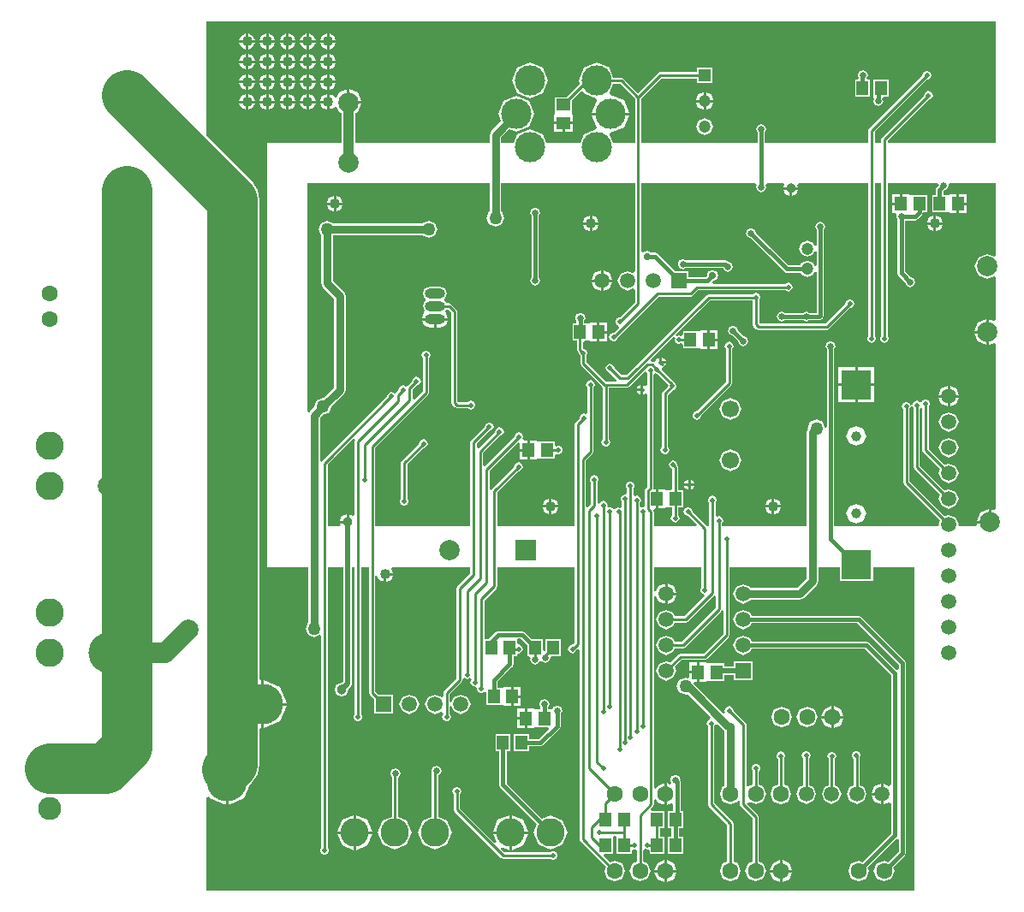
<source format=gbl>
%FSLAX25Y25*%
%MOIN*%
G70*
G01*
G75*
G04 Layer_Physical_Order=2*
G04 Layer_Color=16711680*
%ADD10R,0.07874X0.03937*%
%ADD11C,0.03937*%
%ADD12O,0.02756X0.09843*%
%ADD13R,0.03248X0.01181*%
%ADD14R,0.01181X0.03248*%
%ADD15R,0.04724X0.05512*%
%ADD16R,0.04528X0.02362*%
%ADD17R,0.20276X0.09252*%
%ADD18R,0.05512X0.04724*%
%ADD19R,0.02362X0.04528*%
%ADD20R,0.11221X0.08465*%
%ADD21R,0.08465X0.11221*%
%ADD22R,0.04134X0.09449*%
%ADD23R,0.41929X0.35039*%
%ADD24R,0.12992X0.09449*%
%ADD25R,0.03937X0.09449*%
%ADD26O,0.08858X0.02362*%
%ADD27R,0.09449X0.04134*%
%ADD28R,0.35039X0.41929*%
%ADD29R,0.06693X0.06693*%
%ADD30O,0.00984X0.06102*%
%ADD31O,0.06102X0.00984*%
%ADD32C,0.01500*%
%ADD33C,0.03000*%
%ADD34C,0.03937*%
%ADD35C,0.01000*%
%ADD36C,0.02000*%
%ADD37C,0.07874*%
%ADD38C,0.11811*%
%ADD39C,0.11811*%
%ADD40C,0.04724*%
%ADD41C,0.05906*%
%ADD42R,0.05906X0.05906*%
%ADD43C,0.11000*%
%ADD44C,0.06299*%
%ADD45C,0.15748*%
%ADD46R,0.04724X0.04724*%
%ADD47R,0.07874X0.07874*%
%ADD48C,0.07874*%
%ADD49O,0.07874X0.03937*%
%ADD50O,0.07874X0.03937*%
%ADD51C,0.06693*%
%ADD52C,0.09000*%
%ADD53C,0.02000*%
%ADD54C,0.03800*%
%ADD55C,0.02500*%
%ADD56C,0.05000*%
%ADD57C,0.02800*%
%ADD58C,0.04000*%
%ADD59R,0.11811X0.11811*%
%ADD60C,0.19685*%
G36*
X239048Y333075D02*
X238809Y332500D01*
Y303675D01*
X238009Y303307D01*
X236500Y303932D01*
Y301000D01*
X236000D01*
Y300500D01*
X233068D01*
X233326Y299878D01*
X232881Y299213D01*
X228191D01*
Y323349D01*
X238369Y333528D01*
X239048Y333075D01*
D02*
G37*
G36*
X488189Y404900D02*
X487524Y404456D01*
X485000Y405501D01*
X481528Y404063D01*
X480089Y400591D01*
X481528Y397118D01*
X485000Y395680D01*
X487524Y396725D01*
X488189Y396281D01*
Y379743D01*
X487524Y379298D01*
X485500Y380137D01*
Y375000D01*
Y369863D01*
X487524Y370702D01*
X488189Y370257D01*
Y306157D01*
X487524Y305713D01*
X486500Y306137D01*
Y301000D01*
X486000D01*
Y300500D01*
X480863D01*
X481121Y299878D01*
X480677Y299213D01*
X474239D01*
X473795Y299878D01*
X473845Y300000D01*
X472719Y302719D01*
X470000Y303846D01*
X468471Y303212D01*
X454691Y316993D01*
Y344761D01*
X454725Y344775D01*
X455115Y345719D01*
X455115D01*
D01*
X455808Y345978D01*
X455860Y345988D01*
X455910Y345999D01*
X455958Y346008D01*
X455971Y346010D01*
X456022Y345888D01*
Y345888D01*
X456275Y345275D01*
X456309Y345261D01*
Y322500D01*
X456658Y321658D01*
X466788Y311528D01*
X466154Y310000D01*
X467281Y307281D01*
X470000Y306154D01*
X472719Y307281D01*
X473845Y310000D01*
X472719Y312719D01*
X470000Y313845D01*
X468471Y313212D01*
X458691Y322993D01*
Y344948D01*
X459314Y345234D01*
X459566Y345216D01*
X459809Y344981D01*
Y329000D01*
X460158Y328158D01*
X466788Y321529D01*
X466154Y320000D01*
X467281Y317281D01*
X470000Y316155D01*
X472719Y317281D01*
X473845Y320000D01*
X472719Y322719D01*
X470000Y323846D01*
X468471Y323212D01*
X462191Y329493D01*
Y345761D01*
X462225Y345775D01*
X462732Y347000D01*
X462225Y348225D01*
X461000Y348732D01*
X459775Y348225D01*
X459579Y347751D01*
X458725Y347725D01*
X458725D01*
X458706Y347732D01*
X457500Y348232D01*
X456275Y347725D01*
X455885Y346781D01*
X455885D01*
D01*
X455192Y346522D01*
X455140Y346512D01*
X455090Y346501D01*
X455042Y346492D01*
X455029Y346490D01*
X454978Y346612D01*
Y346612D01*
X454725Y347225D01*
X453500Y347732D01*
X452275Y347225D01*
X451768Y346000D01*
X452275Y344775D01*
X452309Y344761D01*
Y316500D01*
X452658Y315658D01*
X466788Y301529D01*
X466154Y300000D01*
X466205Y299878D01*
X465761Y299213D01*
X425461D01*
Y368193D01*
X426002Y369500D01*
X425416Y370916D01*
X424000Y371502D01*
X422584Y370916D01*
X421998Y369500D01*
X422539Y368193D01*
Y337941D01*
X421739Y337782D01*
X420873Y339873D01*
X418500Y340855D01*
X416127Y339873D01*
X415145Y337500D01*
X415246Y337254D01*
X414727Y336000D01*
Y299213D01*
X381691D01*
Y300261D01*
X381725Y300275D01*
X382232Y301500D01*
X381725Y302725D01*
X380500Y303232D01*
X379991Y303021D01*
X379191Y303555D01*
Y308261D01*
X379225Y308275D01*
X379732Y309500D01*
X379225Y310725D01*
X378000Y311232D01*
X376775Y310725D01*
X376268Y309500D01*
X376775Y308275D01*
X376809Y308261D01*
Y299213D01*
X375896D01*
X375842Y299342D01*
X370218Y304966D01*
X370232Y305000D01*
X369725Y306225D01*
X368500Y306732D01*
X367275Y306225D01*
X366768Y305000D01*
X367275Y303775D01*
X368500Y303268D01*
X368534Y303282D01*
X371865Y299952D01*
X371558Y299213D01*
X355283D01*
Y305047D01*
X355118Y305444D01*
X355624Y306244D01*
X355957D01*
Y310000D01*
Y313756D01*
X355262D01*
X355049Y314075D01*
Y358482D01*
X355792Y359040D01*
X356485Y358753D01*
X356519Y358767D01*
X360861Y354425D01*
X360626Y353858D01*
X360641Y353824D01*
X358658Y351842D01*
X358309Y351000D01*
Y330239D01*
X358275Y330225D01*
X357768Y329000D01*
X358275Y327775D01*
X359500Y327268D01*
X360725Y327775D01*
X361232Y329000D01*
X360725Y330225D01*
X360691Y330239D01*
Y350507D01*
X362324Y352140D01*
X362358Y352126D01*
X363583Y352634D01*
X364090Y353858D01*
X363583Y355083D01*
X363306Y355197D01*
X363200Y355453D01*
X358412Y360242D01*
X358481Y361136D01*
X359457Y361541D01*
X359884Y362571D01*
X357927D01*
Y363071D01*
X357427D01*
Y365029D01*
X356396Y364602D01*
X356021Y363697D01*
X356010Y363681D01*
X355023Y363310D01*
X354728Y363432D01*
X354161D01*
X353855Y364172D01*
X362910Y373226D01*
X363589Y372773D01*
X363268Y372000D01*
X363775Y370775D01*
X365000Y370268D01*
X365694Y370556D01*
X366494Y370021D01*
Y368644D01*
X372381D01*
X372419Y368644D01*
X373181Y368553D01*
Y368244D01*
X376043D01*
Y372000D01*
Y375756D01*
X373181D01*
Y375447D01*
X373181D01*
X372419Y375356D01*
X372381Y375356D01*
X366494D01*
Y373979D01*
X365694Y373444D01*
X365000Y373732D01*
X364227Y373411D01*
X363773Y374090D01*
X376993Y387309D01*
X393761D01*
X393775Y387275D01*
X393809Y387261D01*
Y378000D01*
X394158Y377158D01*
X395158Y376158D01*
X395405Y376056D01*
X396000Y375809D01*
X422500D01*
X423342Y376158D01*
X431466Y384282D01*
X431500Y384268D01*
X432725Y384775D01*
X433232Y386000D01*
X432725Y387225D01*
X431500Y387732D01*
X430275Y387225D01*
X429768Y386000D01*
X429782Y385966D01*
X422007Y378191D01*
X396493D01*
X396191Y378493D01*
Y387261D01*
X396225Y387275D01*
X396732Y388500D01*
X396225Y389725D01*
X395000Y390232D01*
X393775Y389725D01*
X393761Y389691D01*
X376500D01*
X375658Y389342D01*
X344507Y358191D01*
X342493D01*
X339828Y360856D01*
X339842Y360890D01*
X339335Y362114D01*
X338110Y362622D01*
X336886Y362114D01*
X336378Y360890D01*
X336886Y359665D01*
X338110Y359158D01*
X338144Y359172D01*
X340826Y356491D01*
X340494Y355691D01*
X336493D01*
X328939Y363245D01*
Y365513D01*
X328973Y365527D01*
X329480Y366752D01*
X328973Y367977D01*
X327748Y368484D01*
X327647Y369223D01*
Y371078D01*
X328213Y371644D01*
X329381D01*
X329419Y371644D01*
X330181Y371553D01*
Y371244D01*
X333043D01*
Y375000D01*
Y378756D01*
X330181D01*
Y378447D01*
X330181D01*
X329419Y378356D01*
X329381Y378356D01*
X327961D01*
Y379193D01*
X328502Y380500D01*
X327916Y381916D01*
X326500Y382502D01*
X325084Y381916D01*
X324498Y380500D01*
X325039Y379193D01*
Y378356D01*
X323495D01*
Y371644D01*
X325266D01*
Y368043D01*
X325615Y367201D01*
X326030Y366786D01*
X326016Y366752D01*
X326523Y365527D01*
X326557Y365513D01*
Y362752D01*
X326906Y361910D01*
X335158Y353658D01*
X335309Y353507D01*
Y333239D01*
X335275Y333225D01*
X334768Y332000D01*
X335275Y330775D01*
X336500Y330268D01*
X337725Y330775D01*
X338232Y332000D01*
X337725Y333225D01*
X337691Y333239D01*
Y353309D01*
X344763D01*
X345605Y353658D01*
X351503Y359556D01*
X352447Y359369D01*
X352634Y358917D01*
X352668Y358903D01*
Y354439D01*
X351868Y354098D01*
X351000Y354458D01*
Y352500D01*
Y350542D01*
X351868Y350902D01*
X352668Y350561D01*
Y314568D01*
X352153Y314054D01*
X351804Y313211D01*
Y307119D01*
X351139Y306674D01*
X351000Y306732D01*
X350491Y306521D01*
X349691Y307055D01*
Y308261D01*
X349725Y308275D01*
X350232Y309500D01*
X349725Y310725D01*
X348500Y311232D01*
X347991Y311021D01*
X347191Y311555D01*
Y313761D01*
X347225Y313775D01*
X347732Y315000D01*
X347225Y316225D01*
X346000Y316732D01*
X344775Y316225D01*
X344268Y315000D01*
X344775Y313775D01*
X344809Y313761D01*
Y311975D01*
X344144Y311531D01*
X343900Y311632D01*
X342675Y311125D01*
X342168Y309900D01*
X342675Y308675D01*
X342709Y308661D01*
Y306951D01*
X342044Y306506D01*
X341500Y306732D01*
X340275Y306225D01*
X340183Y306001D01*
X339317D01*
X339225Y306225D01*
X338000Y306732D01*
X337734Y306622D01*
X337122Y307234D01*
X337232Y307500D01*
X336725Y308725D01*
X335500Y309232D01*
X334275Y308725D01*
X333991Y308037D01*
X333191Y308196D01*
Y316261D01*
X333225Y316275D01*
X333732Y317500D01*
X333225Y318725D01*
X332000Y319232D01*
X330775Y318725D01*
X330268Y317500D01*
X330775Y316275D01*
X330809Y316261D01*
Y307993D01*
X329491Y306674D01*
X328691Y307006D01*
Y324907D01*
X331342Y327558D01*
X331691Y328400D01*
Y353261D01*
X331725Y353275D01*
X332232Y354500D01*
X331725Y355725D01*
X330500Y356232D01*
X329275Y355725D01*
X328768Y354500D01*
X329275Y353275D01*
X329309Y353261D01*
Y343555D01*
X328509Y343021D01*
X328000Y343232D01*
X326775Y342725D01*
X326268Y341500D01*
X326282Y341466D01*
X324658Y339842D01*
X324309Y339000D01*
Y299213D01*
X294191D01*
Y312507D01*
X302466Y320782D01*
X302500Y320768D01*
X303725Y321275D01*
X304232Y322500D01*
X303725Y323725D01*
X302500Y324232D01*
X301275Y323725D01*
X300768Y322500D01*
X300782Y322466D01*
X292158Y313842D01*
X291991Y313438D01*
X291191Y313597D01*
Y321007D01*
X302294Y332111D01*
X303095Y331779D01*
Y329500D01*
X305957D01*
Y332756D01*
X304684D01*
X304149Y333556D01*
X304405Y334173D01*
X303898Y335398D01*
X302673Y335905D01*
X301449Y335398D01*
X300941Y334173D01*
X300956Y334139D01*
X289491Y322674D01*
X288691Y323006D01*
Y328007D01*
X295108Y334424D01*
X295142Y334410D01*
X296366Y334917D01*
X296874Y336142D01*
X296366Y337366D01*
X295142Y337874D01*
X293917Y337366D01*
X293410Y336142D01*
X293424Y336108D01*
X286991Y329674D01*
X286191Y330006D01*
Y331507D01*
X291076Y336392D01*
X291110Y336378D01*
X292335Y336886D01*
X292842Y338110D01*
X292335Y339335D01*
X291110Y339842D01*
X289886Y339335D01*
X289378Y338110D01*
X289392Y338076D01*
X284158Y332842D01*
X283809Y332000D01*
Y299213D01*
X246691D01*
Y330007D01*
X267342Y350658D01*
X267444Y350905D01*
X267691Y351500D01*
Y364761D01*
X267725Y364775D01*
X268232Y366000D01*
X267725Y367225D01*
X266500Y367732D01*
X265275Y367225D01*
X264768Y366000D01*
X265275Y364775D01*
X265309Y364761D01*
Y351993D01*
X261991Y348674D01*
X261191Y349006D01*
Y352507D01*
X262793Y354109D01*
X262827Y354095D01*
X264051Y354602D01*
X264559Y355827D01*
X264051Y357051D01*
X262827Y357559D01*
X261602Y357051D01*
X261095Y355827D01*
X261109Y355793D01*
X259405Y354089D01*
X258725Y353725D01*
X257500Y354232D01*
X256275Y353725D01*
X255768Y352500D01*
X255782Y352466D01*
X254905Y351589D01*
X254303Y351146D01*
X253079Y351653D01*
X251854Y351146D01*
X251347Y349921D01*
X251361Y349887D01*
X226158Y324684D01*
X226073Y324479D01*
X225273Y324638D01*
Y341559D01*
X226357Y342642D01*
X226457Y342601D01*
X228829Y343584D01*
X229812Y345957D01*
X229771Y346056D01*
X234607Y350893D01*
X235273Y352500D01*
Y389000D01*
X234607Y390607D01*
X230273Y394941D01*
Y412586D01*
X230373Y412627D01*
X230414Y412727D01*
X265086D01*
X265127Y412627D01*
X267500Y411645D01*
X269873Y412627D01*
X270855Y415000D01*
X269873Y417373D01*
X267500Y418355D01*
X265127Y417373D01*
X265086Y417273D01*
X230414D01*
X230373Y417373D01*
X228000Y418355D01*
X225627Y417373D01*
X224645Y415000D01*
X225627Y412627D01*
X225727Y412586D01*
Y394000D01*
X226393Y392393D01*
X230727Y388058D01*
Y353442D01*
X226556Y349271D01*
X226457Y349312D01*
X224084Y348329D01*
X223101Y345957D01*
X223143Y345857D01*
X221393Y344107D01*
X221272Y343817D01*
X220472Y343976D01*
Y433071D01*
X291227D01*
Y421914D01*
X291127Y421873D01*
X290145Y419500D01*
X291127Y417127D01*
X293500Y416145D01*
X295873Y417127D01*
X296855Y419500D01*
X295873Y421873D01*
X295773Y421914D01*
Y433071D01*
X347862D01*
Y398526D01*
X347062Y397991D01*
X345000Y398846D01*
X342281Y397719D01*
X341155Y395000D01*
X342281Y392281D01*
X345000Y391155D01*
X347062Y392009D01*
X347862Y391474D01*
Y386546D01*
X342081Y380765D01*
X342047Y380779D01*
X340823Y380272D01*
X340315Y379047D01*
X340823Y377823D01*
X341307Y377622D01*
X341495Y376678D01*
X339534Y374718D01*
X339500Y374732D01*
X338275Y374225D01*
X337768Y373000D01*
X338275Y371775D01*
X339500Y371268D01*
X340725Y371775D01*
X341232Y373000D01*
X341218Y373034D01*
X356993Y388809D01*
X369500D01*
X370342Y389158D01*
X372493Y391309D01*
X406261D01*
X406275Y391275D01*
X407500Y390768D01*
X408725Y391275D01*
X409232Y392500D01*
X408725Y393725D01*
X407500Y394232D01*
X406275Y393725D01*
X406261Y393691D01*
X378402D01*
X377944Y394491D01*
X378182Y394911D01*
X379531Y395469D01*
X380165Y397000D01*
X379531Y398531D01*
X378000Y399165D01*
X376469Y398531D01*
X375835Y397000D01*
X375288Y396461D01*
X368553D01*
Y398553D01*
X363514D01*
X356533Y405533D01*
X355500Y405961D01*
X355500Y405961D01*
X354060D01*
X354031Y406031D01*
X352500Y406665D01*
X351043Y406061D01*
X350243Y406350D01*
Y433071D01*
X394782D01*
X395317Y432271D01*
X394998Y431500D01*
X395584Y430084D01*
X397000Y429498D01*
X398416Y430084D01*
X399002Y431500D01*
X398683Y432271D01*
X399218Y433071D01*
X405499D01*
X405943Y432406D01*
X405568Y431500D01*
X411432D01*
X411057Y432406D01*
X411501Y433071D01*
X438809D01*
Y373739D01*
X438775Y373725D01*
X438268Y372500D01*
X438775Y371275D01*
X440000Y370768D01*
X441225Y371275D01*
X441732Y372500D01*
X441225Y373725D01*
X441191Y373739D01*
Y433071D01*
X443809D01*
Y373739D01*
X443775Y373725D01*
X443268Y372500D01*
X443775Y371275D01*
X445000Y370768D01*
X446225Y371275D01*
X446732Y372500D01*
X446225Y373725D01*
X446191Y373739D01*
Y433071D01*
X465721D01*
X466166Y432406D01*
X466043Y432109D01*
X465423Y431490D01*
X464995Y430457D01*
X464995Y430457D01*
Y428356D01*
X463494D01*
Y421644D01*
X469381D01*
X469419Y421644D01*
X470181Y421553D01*
Y421244D01*
X473043D01*
Y425000D01*
Y428756D01*
X470181D01*
Y428447D01*
X470181D01*
X469419Y428356D01*
X469381Y428356D01*
X467918D01*
Y429851D01*
X468109Y430043D01*
X469416Y430584D01*
X470002Y432000D01*
X469834Y432406D01*
X470279Y433071D01*
X488189D01*
Y404900D01*
D02*
G37*
G36*
Y448819D02*
X446461D01*
X446303Y449619D01*
X462092Y465408D01*
X462126Y465394D01*
X463351Y465901D01*
X463858Y467126D01*
X463351Y468351D01*
X462126Y468858D01*
X460901Y468351D01*
X460394Y467126D01*
X460408Y467092D01*
X444158Y450842D01*
X443809Y450000D01*
Y448819D01*
X441191D01*
Y453003D01*
X461470Y473282D01*
X461504Y473268D01*
X462729Y473775D01*
X463236Y475000D01*
X462729Y476225D01*
X461504Y476732D01*
X460279Y476225D01*
X459772Y475000D01*
X459786Y474966D01*
X439158Y454338D01*
X438809Y453496D01*
Y448819D01*
X398461D01*
Y452693D01*
X399002Y454000D01*
X398416Y455416D01*
X397000Y456002D01*
X395584Y455416D01*
X394998Y454000D01*
X395539Y452693D01*
Y448819D01*
X350243D01*
Y465954D01*
X358099Y473809D01*
X372038D01*
Y472038D01*
X377962D01*
Y477962D01*
X372038D01*
Y476191D01*
X357606D01*
X356764Y475842D01*
X349053Y468131D01*
X343397Y473787D01*
X342555Y474136D01*
X339493D01*
X337924Y477924D01*
X332945Y479987D01*
X327966Y477924D01*
X325904Y472945D01*
X326435Y471662D01*
X321278Y466505D01*
X316644D01*
Y460619D01*
X316644Y460581D01*
X316553Y459819D01*
X316244D01*
Y456957D01*
X323756D01*
Y459819D01*
X323447D01*
Y459819D01*
X323356Y460581D01*
X323356Y460619D01*
Y465215D01*
X326912Y468772D01*
X327697Y468616D01*
X327966Y467966D01*
X332698Y466006D01*
X332963Y465417D01*
X332972Y465165D01*
X331040Y460500D01*
X345574D01*
X343592Y465285D01*
X338428Y467424D01*
X338027Y468214D01*
X339493Y471754D01*
X342062D01*
X347862Y465954D01*
Y448819D01*
X339256D01*
X338027Y451786D01*
X338428Y452576D01*
X343592Y454715D01*
X345574Y459500D01*
X331040D01*
X332972Y454836D01*
X332963Y454583D01*
X332698Y453994D01*
X327966Y452034D01*
X326634Y448819D01*
X313366D01*
X312034Y452034D01*
X307055Y454096D01*
X302076Y452034D01*
X300744Y448819D01*
X295773D01*
Y450866D01*
X298987Y454079D01*
X301693Y452958D01*
X306672Y455021D01*
X308734Y460000D01*
X306672Y464979D01*
X301693Y467041D01*
X296714Y464979D01*
X294651Y460000D01*
X295772Y457294D01*
X291893Y453414D01*
X291227Y451807D01*
Y448819D01*
X239056D01*
Y460320D01*
X240054Y460733D01*
X241412Y464012D01*
X236276D01*
Y464512D01*
X235776D01*
Y469649D01*
X232497Y468290D01*
X231674Y466304D01*
X230874D01*
X230643Y466863D01*
X228847Y467607D01*
Y464567D01*
Y461527D01*
X230643Y462271D01*
X230851Y462775D01*
X231651D01*
X232497Y460733D01*
X233495Y460320D01*
Y448819D01*
X204724D01*
Y283465D01*
X220727D01*
Y261914D01*
X220627Y261873D01*
X219645Y259500D01*
X220627Y257127D01*
X223000Y256145D01*
X225009Y256977D01*
X225809Y256519D01*
Y174239D01*
X225775Y174225D01*
X225268Y173000D01*
X225775Y171775D01*
X227000Y171268D01*
X228225Y171775D01*
X228732Y173000D01*
X228225Y174225D01*
X228191Y174239D01*
Y283465D01*
X234268D01*
Y239070D01*
X233740Y238446D01*
X231827Y237654D01*
X231034Y235740D01*
X231827Y233827D01*
X233740Y233034D01*
X235654Y233827D01*
X236446Y235740D01*
X236371Y235922D01*
X237225Y236775D01*
X237732Y238000D01*
Y283465D01*
X238809D01*
Y226239D01*
X238775Y226225D01*
X238268Y225000D01*
X238775Y223775D01*
X240000Y223268D01*
X241225Y223775D01*
X241732Y225000D01*
X241225Y226225D01*
X241191Y226239D01*
Y283465D01*
X244309D01*
Y234500D01*
X244658Y233658D01*
X246447Y231869D01*
Y226447D01*
X253553D01*
Y233553D01*
X248131D01*
X246691Y234993D01*
Y280009D01*
X247491Y280168D01*
X248275Y278275D01*
X250071Y277531D01*
Y280571D01*
X250571D01*
Y281071D01*
X253611D01*
X252951Y282665D01*
X253315Y283465D01*
X283809D01*
Y280993D01*
X278658Y275842D01*
X278309Y275000D01*
Y239993D01*
X273658Y235342D01*
X273309Y234500D01*
Y233174D01*
X272509Y232806D01*
X270000Y233845D01*
X267281Y232719D01*
X266155Y230000D01*
X267281Y227281D01*
X270000Y226154D01*
X272254Y227088D01*
X273085Y226724D01*
X273275Y226225D01*
X272768Y225000D01*
X273275Y223775D01*
X274500Y223268D01*
X275725Y223775D01*
X276232Y225000D01*
X275725Y226225D01*
X275691Y226239D01*
Y229029D01*
X276491Y229189D01*
X277281Y227281D01*
X280000Y226154D01*
X282719Y227281D01*
X283845Y230000D01*
X282719Y232719D01*
X280000Y233845D01*
X277281Y232719D01*
X276491Y230811D01*
X275691Y230971D01*
Y234007D01*
X280342Y238658D01*
X280691Y239500D01*
Y239815D01*
X281491Y240186D01*
X282500Y239768D01*
X283509Y240186D01*
X283634Y240128D01*
X284275Y239725D01*
X283768Y238500D01*
X284275Y237275D01*
X285500Y236768D01*
X285766Y236878D01*
X286378Y236266D01*
X286268Y236000D01*
X286775Y234775D01*
X288000Y234268D01*
X289225Y234775D01*
X289995Y234544D01*
Y229644D01*
X295881D01*
X295919Y229644D01*
X296681Y229553D01*
Y229244D01*
X299543D01*
Y233000D01*
Y236756D01*
X296681D01*
Y236447D01*
X296681D01*
X295919Y236356D01*
X295881Y236356D01*
X294418D01*
Y238851D01*
X300077Y244510D01*
X300077Y244510D01*
X300202Y244813D01*
X300504Y245543D01*
X300504Y245543D01*
Y248644D01*
X302006D01*
Y249438D01*
X302500Y249768D01*
X303725Y250275D01*
X304232Y251500D01*
X303725Y252725D01*
X302500Y253232D01*
X302006Y253562D01*
Y254739D01*
X302006Y255356D01*
X302730Y255539D01*
X303351D01*
X305995Y252896D01*
Y248644D01*
X306726D01*
X307171Y247979D01*
X306954Y247457D01*
X307541Y246041D01*
X308957Y245454D01*
X310373Y246041D01*
X310658Y246729D01*
X311524D01*
X311584Y246584D01*
X313000Y245998D01*
X314416Y246584D01*
X315002Y248000D01*
X315433Y248644D01*
X319005D01*
Y255356D01*
X313081D01*
Y251043D01*
X312719Y250767D01*
X311919Y251164D01*
Y255356D01*
X307667D01*
X304990Y258033D01*
X303957Y258461D01*
X303957Y258461D01*
X294500D01*
X293467Y258033D01*
X293467Y258033D01*
X290923Y255490D01*
X290868Y255356D01*
X289191D01*
Y270507D01*
X293842Y275158D01*
X294191Y276000D01*
Y283465D01*
X324309D01*
Y253993D01*
X323534Y253218D01*
X323500Y253232D01*
X322275Y252725D01*
X321768Y251500D01*
X322275Y250275D01*
X323500Y249768D01*
X324725Y250275D01*
X325138Y251273D01*
X325509Y251473D01*
X326309Y250994D01*
Y177283D01*
X326658Y176441D01*
X336573Y166526D01*
X335942Y165000D01*
X337130Y162130D01*
X340000Y160942D01*
X342870Y162130D01*
X344058Y165000D01*
X342870Y167870D01*
X340000Y169059D01*
X338167Y168299D01*
X335562Y170905D01*
X335868Y171644D01*
X339419D01*
Y178244D01*
X340000Y178600D01*
X340581Y178244D01*
Y171644D01*
X346505D01*
Y172960D01*
X347171Y173405D01*
X347500Y173268D01*
X347987Y173470D01*
X348652Y173025D01*
Y168565D01*
X346973Y167870D01*
X345784Y165000D01*
X346973Y162130D01*
X349843Y160942D01*
X352712Y162130D01*
X353901Y165000D01*
X352712Y167870D01*
X351033Y168565D01*
Y173010D01*
X351833Y173544D01*
X352500Y173268D01*
X352829Y173405D01*
X353495Y172960D01*
Y171644D01*
X359419D01*
Y178356D01*
X357647D01*
Y181644D01*
X359419D01*
Y188356D01*
X354171D01*
X353840Y189156D01*
X354934Y190250D01*
X355283Y191092D01*
Y192734D01*
X356067Y192890D01*
X356509Y191824D01*
X359185Y190716D01*
Y195000D01*
Y199284D01*
X356509Y198176D01*
X356067Y197110D01*
X355283Y197266D01*
Y271969D01*
X356083Y272128D01*
X356975Y269975D01*
X359500Y268929D01*
Y273000D01*
Y277071D01*
X356975Y276025D01*
X356083Y273872D01*
X355283Y274031D01*
Y283465D01*
X373809D01*
Y275739D01*
X373775Y275725D01*
X373268Y274500D01*
X373775Y273275D01*
X374613Y272928D01*
X374845Y272029D01*
X367007Y264191D01*
X363352D01*
X362719Y265719D01*
X360000Y266845D01*
X357281Y265719D01*
X356154Y263000D01*
X357281Y260281D01*
X360000Y259155D01*
X362719Y260281D01*
X363352Y261809D01*
X367500D01*
X368342Y262158D01*
X378509Y272326D01*
X379309Y271994D01*
Y267493D01*
X366007Y254191D01*
X363352D01*
X362719Y255719D01*
X360000Y256845D01*
X357281Y255719D01*
X356154Y253000D01*
X357281Y250281D01*
X360000Y249154D01*
X362719Y250281D01*
X363352Y251809D01*
X366500D01*
X367342Y252158D01*
X381342Y266158D01*
X381509Y266562D01*
X382309Y266403D01*
Y257493D01*
X374507Y249691D01*
X365500D01*
X364905Y249444D01*
X364658Y249342D01*
X361528Y246212D01*
X360000Y246846D01*
X357281Y245719D01*
X356154Y243000D01*
X357281Y240281D01*
X360000Y239155D01*
X362719Y240281D01*
X363845Y243000D01*
X363212Y244529D01*
X365993Y247309D01*
X375000D01*
X375842Y247658D01*
X384342Y256158D01*
X384691Y257000D01*
Y283465D01*
X414727D01*
Y278941D01*
X411059Y275273D01*
X392904D01*
X392719Y275719D01*
X390000Y276846D01*
X387281Y275719D01*
X386155Y273000D01*
X387281Y270281D01*
X390000Y269155D01*
X392719Y270281D01*
X392904Y270727D01*
X412000D01*
X413607Y271393D01*
X418607Y276393D01*
X419273Y278000D01*
Y283465D01*
X427494D01*
Y277994D01*
X440506D01*
Y283465D01*
X456693D01*
Y157480D01*
X181102D01*
Y193827D01*
X181887Y193983D01*
X182208Y193208D01*
X188500Y190602D01*
Y200000D01*
X189500D01*
Y190602D01*
X195792Y193208D01*
X198107Y198798D01*
X198529Y199219D01*
X200837Y202674D01*
X201647Y206748D01*
Y220202D01*
X202312Y220647D01*
X202474Y220580D01*
Y229978D01*
Y239376D01*
X202312Y239309D01*
X201647Y239753D01*
Y426402D01*
X201647Y426402D01*
X200837Y430476D01*
X198529Y433930D01*
X198529Y433930D01*
X181102Y451357D01*
Y496063D01*
X488189D01*
Y448819D01*
D02*
G37*
%LPC*%
G36*
X265500Y333232D02*
X264275Y332725D01*
X263768Y331500D01*
X263782Y331466D01*
X257158Y324842D01*
X256809Y324000D01*
Y310239D01*
X256775Y310225D01*
X256268Y309000D01*
X256775Y307775D01*
X258000Y307268D01*
X259225Y307775D01*
X259732Y309000D01*
X259225Y310225D01*
X259191Y310239D01*
Y323507D01*
X265466Y329782D01*
X265500Y329768D01*
X266725Y330275D01*
X267232Y331500D01*
X266725Y332725D01*
X265500Y333232D01*
D02*
G37*
G36*
X434000Y338346D02*
X431281Y337219D01*
X430155Y334500D01*
X431281Y331781D01*
X434000Y330655D01*
X436719Y331781D01*
X437846Y334500D01*
X436719Y337219D01*
X434000Y338346D01*
D02*
G37*
G36*
X305957Y328500D02*
X303095D01*
Y325244D01*
X305957D01*
Y328500D01*
D02*
G37*
G36*
X470000Y333845D02*
X467281Y332719D01*
X466154Y330000D01*
X467281Y327281D01*
X470000Y326154D01*
X472719Y327281D01*
X473845Y330000D01*
X472719Y332719D01*
X470000Y333845D01*
D02*
G37*
G36*
X309819Y332756D02*
X306957D01*
Y329000D01*
Y325244D01*
X309819D01*
Y325553D01*
X310581Y325644D01*
X310619Y325644D01*
X316506D01*
Y327021D01*
X317305Y327556D01*
X318000Y327268D01*
X319225Y327775D01*
X319732Y329000D01*
X319225Y330225D01*
X318000Y330732D01*
X317305Y330444D01*
X316506Y330979D01*
Y332356D01*
X310619D01*
X310581Y332356D01*
X309819Y332447D01*
Y332756D01*
D02*
G37*
G36*
X470000Y343846D02*
X467281Y342719D01*
X466154Y340000D01*
X467281Y337281D01*
X470000Y336155D01*
X472719Y337281D01*
X473845Y340000D01*
X472719Y342719D01*
X470000Y343846D01*
D02*
G37*
G36*
X469500Y349500D02*
X465929D01*
X466975Y346975D01*
X469500Y345929D01*
Y349500D01*
D02*
G37*
G36*
X474071D02*
X470500D01*
Y345929D01*
X473025Y346975D01*
X474071Y349500D01*
D02*
G37*
G36*
X433500Y354000D02*
X427095D01*
Y347594D01*
X433500D01*
Y354000D01*
D02*
G37*
G36*
X385000Y349272D02*
X381979Y348021D01*
X380728Y345000D01*
X381979Y341980D01*
X385000Y340728D01*
X388020Y341980D01*
X389272Y345000D01*
X388020Y348021D01*
X385000Y349272D01*
D02*
G37*
G36*
X384500Y371232D02*
X383275Y370725D01*
X382768Y369500D01*
X383275Y368275D01*
X383309Y368261D01*
Y355493D01*
X372034Y344218D01*
X372000Y344232D01*
X370775Y343725D01*
X370268Y342500D01*
X370775Y341275D01*
X372000Y340768D01*
X373225Y341275D01*
X373732Y342500D01*
X373718Y342534D01*
X385342Y354158D01*
X385691Y355000D01*
Y368261D01*
X385725Y368275D01*
X386232Y369500D01*
X385725Y370725D01*
X384500Y371232D01*
D02*
G37*
G36*
X271969Y392780D02*
X268032D01*
X266066Y391966D01*
X265251Y390000D01*
X266066Y388034D01*
X266389Y387900D01*
Y387100D01*
X266066Y386966D01*
X265251Y385000D01*
X265984Y383231D01*
X265815Y382295D01*
X265759Y382272D01*
X265025Y380500D01*
X274974D01*
X274240Y382272D01*
X274185Y382295D01*
X274040Y383099D01*
X274326Y383521D01*
X275231Y383585D01*
X276309Y382507D01*
Y347500D01*
X276658Y346658D01*
X277658Y345658D01*
X277905Y345556D01*
X278500Y345309D01*
X282761D01*
X282775Y345275D01*
X284000Y344768D01*
X285225Y345275D01*
X285732Y346500D01*
X285225Y347725D01*
X284000Y348232D01*
X282775Y347725D01*
X282761Y347691D01*
X278993D01*
X278691Y347993D01*
Y383000D01*
X278342Y383842D01*
X276342Y385842D01*
X275500Y386191D01*
X274255D01*
X273934Y386966D01*
X273610Y387100D01*
Y387900D01*
X273934Y388034D01*
X274749Y390000D01*
X273934Y391966D01*
X271969Y392780D01*
D02*
G37*
G36*
X315461Y310127D02*
Y307587D01*
X318001D01*
X317257Y309383D01*
X315461Y310127D01*
D02*
G37*
G36*
X401075D02*
X399279Y309383D01*
X398535Y307587D01*
X401075D01*
Y310127D01*
D02*
G37*
G36*
X402075D02*
Y307587D01*
X404615D01*
X403871Y309383D01*
X402075Y310127D01*
D02*
G37*
G36*
X401075Y306587D02*
X398535D01*
X399279Y304790D01*
X401075Y304047D01*
Y306587D01*
D02*
G37*
G36*
X404615D02*
X402075D01*
Y304047D01*
X403871Y304790D01*
X404615Y306587D01*
D02*
G37*
G36*
X314461Y310127D02*
X312665Y309383D01*
X311921Y307587D01*
X314461D01*
Y310127D01*
D02*
G37*
G36*
X368500Y317458D02*
X367469Y317031D01*
X367042Y316000D01*
X368500D01*
Y317458D01*
D02*
G37*
G36*
X369500D02*
Y316000D01*
X370958D01*
X370531Y317031D01*
X369500Y317458D01*
D02*
G37*
G36*
X385000Y329272D02*
X381979Y328021D01*
X380728Y325000D01*
X381979Y321979D01*
X385000Y320728D01*
X388020Y321979D01*
X389272Y325000D01*
X388020Y328021D01*
X385000Y329272D01*
D02*
G37*
G36*
X362752Y324980D02*
X361527Y324473D01*
X361020Y323248D01*
X361527Y322023D01*
X362353Y321682D01*
Y313922D01*
X361787Y313356D01*
X360619D01*
X360581Y313356D01*
X359819Y313447D01*
Y313756D01*
X356957D01*
Y310000D01*
Y306244D01*
X359819D01*
Y306553D01*
X360581Y306644D01*
X360619Y306644D01*
X362353D01*
Y303757D01*
X362275Y303725D01*
X361768Y302500D01*
X362275Y301275D01*
X363500Y300768D01*
X364725Y301275D01*
X365232Y302500D01*
X364734Y303702D01*
Y306644D01*
X366506D01*
Y313356D01*
X364734D01*
Y322457D01*
X364445Y323154D01*
X364484Y323248D01*
X363977Y324473D01*
X362752Y324980D01*
D02*
G37*
G36*
X368500Y315000D02*
X367042D01*
X367469Y313969D01*
X368500Y313542D01*
Y315000D01*
D02*
G37*
G36*
X370958D02*
X369500D01*
Y313542D01*
X370531Y313969D01*
X370958Y315000D01*
D02*
G37*
G36*
X440906Y354000D02*
X434500D01*
Y347594D01*
X440906D01*
Y354000D01*
D02*
G37*
G36*
X334500Y394500D02*
X330929D01*
X331975Y391975D01*
X334500Y390929D01*
Y394500D01*
D02*
G37*
G36*
X339071D02*
X335500D01*
Y390929D01*
X338025Y391975D01*
X339071Y394500D01*
D02*
G37*
G36*
X309000Y423502D02*
X307584Y422916D01*
X306998Y421500D01*
X307539Y420193D01*
Y396307D01*
X306998Y395000D01*
X307584Y393584D01*
X309000Y392998D01*
X310416Y393584D01*
X311002Y395000D01*
X310461Y396307D01*
Y420193D01*
X311002Y421500D01*
X310416Y422916D01*
X309000Y423502D01*
D02*
G37*
G36*
X484500Y380137D02*
X481221Y378779D01*
X479863Y375500D01*
X484500D01*
Y380137D01*
D02*
G37*
G36*
X269500Y379500D02*
X265025D01*
X265759Y377728D01*
X268032Y376787D01*
X269500D01*
Y379500D01*
D02*
G37*
G36*
X274974D02*
X270500D01*
Y376787D01*
X271969D01*
X274240Y377728D01*
X274974Y379500D01*
D02*
G37*
G36*
X334500Y399071D02*
X331975Y398025D01*
X330929Y395500D01*
X334500D01*
Y399071D01*
D02*
G37*
G36*
X330209Y416823D02*
X327669D01*
X328413Y415027D01*
X330209Y414283D01*
Y416823D01*
D02*
G37*
G36*
X333749D02*
X331209D01*
Y414283D01*
X333005Y415027D01*
X333749Y416823D01*
D02*
G37*
G36*
X464067D02*
X461527D01*
X462271Y415027D01*
X464067Y414283D01*
Y416823D01*
D02*
G37*
G36*
X335500Y399071D02*
Y395500D01*
X339071D01*
X338025Y398025D01*
X335500Y399071D01*
D02*
G37*
G36*
X366500Y403502D02*
X365084Y402916D01*
X364498Y401500D01*
X365084Y400084D01*
X366500Y399498D01*
X367807Y400039D01*
X382189D01*
X382584Y399084D01*
X384000Y398498D01*
X385416Y399084D01*
X386002Y400500D01*
X385416Y401916D01*
X384109Y402457D01*
X384033Y402533D01*
X383000Y402961D01*
X383000Y402961D01*
X367807D01*
X366500Y403502D01*
D02*
G37*
G36*
X420000Y418002D02*
X418584Y417416D01*
X417998Y416000D01*
X418539Y414693D01*
Y408788D01*
X417739Y408629D01*
X417267Y409767D01*
X415000Y410706D01*
X412733Y409767D01*
X411794Y407500D01*
X412733Y405233D01*
X415000Y404294D01*
X417267Y405233D01*
X417739Y406371D01*
X418539Y406212D01*
Y400914D01*
X417739Y400755D01*
X417267Y401893D01*
X415000Y402832D01*
X412733Y401893D01*
X412399Y401087D01*
X407479D01*
X394957Y413609D01*
X394416Y414916D01*
X393000Y415502D01*
X391584Y414916D01*
X390998Y413500D01*
X391584Y412084D01*
X392891Y411543D01*
X405841Y398593D01*
X405841Y398593D01*
X406143Y398467D01*
X406874Y398165D01*
X406874Y398165D01*
X412399D01*
X412733Y397359D01*
X415000Y396420D01*
X417267Y397359D01*
X417739Y398497D01*
X418539Y398338D01*
Y382461D01*
X415807D01*
X414500Y383002D01*
X413193Y382461D01*
X406307D01*
X405000Y383002D01*
X403584Y382416D01*
X402998Y381000D01*
X403584Y379584D01*
X405000Y378998D01*
X406307Y379539D01*
X413193D01*
X414500Y378998D01*
X415807Y379539D01*
X419500D01*
X419500Y379539D01*
X420533Y379967D01*
X421033Y380467D01*
X421033Y380467D01*
X421159Y380769D01*
X421461Y381500D01*
X421461Y381500D01*
Y414693D01*
X422002Y416000D01*
X421416Y417416D01*
X420000Y418002D01*
D02*
G37*
G36*
X350000Y354458D02*
X348969Y354031D01*
X348542Y353000D01*
X350000D01*
Y354458D01*
D02*
G37*
G36*
X433500Y361405D02*
X427095D01*
Y355000D01*
X433500D01*
Y361405D01*
D02*
G37*
G36*
X440906D02*
X434500D01*
Y355000D01*
X440906D01*
Y361405D01*
D02*
G37*
G36*
X469500Y354071D02*
X466975Y353025D01*
X465929Y350500D01*
X469500D01*
Y354071D01*
D02*
G37*
G36*
X470500D02*
Y350500D01*
X474071D01*
X473025Y353025D01*
X470500Y354071D01*
D02*
G37*
G36*
X350000Y352000D02*
X348542D01*
X348969Y350969D01*
X350000Y350542D01*
Y352000D01*
D02*
G37*
G36*
X358427Y365029D02*
Y363571D01*
X359884D01*
X359457Y364602D01*
X358427Y365029D01*
D02*
G37*
G36*
X336906Y374500D02*
X334043D01*
Y371244D01*
X336906D01*
Y374500D01*
D02*
G37*
G36*
X379906Y375756D02*
X377043D01*
Y372500D01*
X379906D01*
Y375756D01*
D02*
G37*
G36*
X336906Y378756D02*
X334043D01*
Y375500D01*
X336906D01*
Y378756D01*
D02*
G37*
G36*
X379906Y371500D02*
X377043D01*
Y368244D01*
X379906D01*
Y371500D01*
D02*
G37*
G36*
X386000Y377502D02*
X384584Y376916D01*
X383998Y375500D01*
X384584Y374084D01*
X385891Y373543D01*
X388101Y371333D01*
X388642Y370026D01*
X390058Y369439D01*
X391474Y370026D01*
X392061Y371442D01*
X391474Y372858D01*
X390167Y373399D01*
X387957Y375609D01*
X387416Y376916D01*
X386000Y377502D01*
D02*
G37*
G36*
X484500Y374500D02*
X479863D01*
X481221Y371221D01*
X484500Y369863D01*
Y374500D01*
D02*
G37*
G36*
X239319Y186828D02*
Y180500D01*
X245647D01*
X243794Y184975D01*
X239319Y186828D01*
D02*
G37*
G36*
X298909D02*
X294435Y184975D01*
X292581Y180500D01*
X298909D01*
Y186828D01*
D02*
G37*
G36*
X299909D02*
Y180500D01*
X306238D01*
X304384Y184975D01*
X299909Y186828D01*
D02*
G37*
G36*
X270500Y206002D02*
X269084Y205416D01*
X268498Y204000D01*
X268809Y203247D01*
Y186109D01*
X265331Y184669D01*
X263397Y180000D01*
X265331Y175331D01*
X270000Y173397D01*
X274669Y175331D01*
X276603Y180000D01*
X274669Y184669D01*
X271191Y186109D01*
Y202284D01*
X271916Y202584D01*
X272502Y204000D01*
X271916Y205416D01*
X270500Y206002D01*
D02*
G37*
G36*
X299419Y218356D02*
X293495D01*
Y211644D01*
X294995D01*
Y198543D01*
X294995Y198543D01*
X295424Y197510D01*
X309726Y183207D01*
X308397Y180000D01*
X310331Y175331D01*
X315000Y173397D01*
X319669Y175331D01*
X321603Y180000D01*
X319669Y184669D01*
X315000Y186603D01*
X311792Y185274D01*
X297918Y199149D01*
Y211644D01*
X299419D01*
Y218356D01*
D02*
G37*
G36*
X238319Y186828D02*
X233844Y184975D01*
X231991Y180500D01*
X238319D01*
Y186828D01*
D02*
G37*
G36*
X443555Y194500D02*
X439984D01*
X441030Y191975D01*
X443555Y190929D01*
Y194500D01*
D02*
G37*
G36*
X434000Y211732D02*
X432775Y211225D01*
X432268Y210000D01*
X432775Y208775D01*
X433022Y208673D01*
Y198352D01*
X431493Y197719D01*
X430367Y195000D01*
X431493Y192281D01*
X434213Y191155D01*
X436932Y192281D01*
X438058Y195000D01*
X436932Y197719D01*
X435403Y198352D01*
Y209207D01*
X435732Y210000D01*
X435225Y211225D01*
X434000Y211732D01*
D02*
G37*
G36*
X443555Y199071D02*
X441030Y198025D01*
X439984Y195500D01*
X443555D01*
Y199071D01*
D02*
G37*
G36*
X363543Y202459D02*
X362127Y201873D01*
X361541Y200457D01*
X361975Y199409D01*
X361363Y198797D01*
X360185Y199284D01*
Y195000D01*
Y190716D01*
X362058Y191491D01*
X362723Y191047D01*
Y188356D01*
X360581D01*
Y181644D01*
X362082D01*
Y178356D01*
X360581D01*
Y171644D01*
X366506D01*
Y178356D01*
X365004D01*
Y181644D01*
X366506D01*
Y188356D01*
X365646D01*
Y199815D01*
X365646Y199815D01*
X365463Y200257D01*
X365546Y200457D01*
X364959Y201873D01*
X363543Y202459D01*
D02*
G37*
G36*
X404685Y211547D02*
X403460Y211040D01*
X402953Y209815D01*
X403460Y208590D01*
X403494Y208576D01*
Y198565D01*
X401815Y197870D01*
X400627Y195000D01*
X401815Y192130D01*
X404685Y190942D01*
X407555Y192130D01*
X408744Y195000D01*
X407555Y197870D01*
X405876Y198565D01*
Y208576D01*
X405910Y208590D01*
X406417Y209815D01*
X405910Y211040D01*
X404685Y211547D01*
D02*
G37*
G36*
X414500Y211732D02*
X413275Y211225D01*
X412768Y210000D01*
X413275Y208775D01*
X413337Y208750D01*
Y198352D01*
X411808Y197719D01*
X410682Y195000D01*
X411808Y192281D01*
X414528Y191155D01*
X417247Y192281D01*
X418373Y195000D01*
X417247Y197719D01*
X415718Y198352D01*
Y208773D01*
X415725Y208775D01*
X416232Y210000D01*
X415725Y211225D01*
X414500Y211732D01*
D02*
G37*
G36*
X424500Y211492D02*
X423275Y210984D01*
X422768Y209760D01*
X423179Y208767D01*
Y198352D01*
X421651Y197719D01*
X420525Y195000D01*
X421651Y192281D01*
X424370Y191155D01*
X427089Y192281D01*
X428216Y195000D01*
X427089Y197719D01*
X425561Y198352D01*
Y208467D01*
X425725Y208535D01*
X426232Y209760D01*
X425725Y210984D01*
X424500Y211492D01*
D02*
G37*
G36*
X408969Y164500D02*
X405185D01*
Y160716D01*
X407861Y161824D01*
X408969Y164500D01*
D02*
G37*
G36*
X359185Y169284D02*
X356509Y168176D01*
X355401Y165500D01*
X359185D01*
Y169284D01*
D02*
G37*
G36*
X360185D02*
Y165500D01*
X363969D01*
X362861Y168176D01*
X360185Y169284D01*
D02*
G37*
G36*
X359185Y164500D02*
X355401D01*
X356509Y161824D01*
X359185Y160716D01*
Y164500D01*
D02*
G37*
G36*
X363969D02*
X360185D01*
Y160716D01*
X362861Y161824D01*
X363969Y164500D01*
D02*
G37*
G36*
X404185D02*
X400401D01*
X401509Y161824D01*
X404185Y160716D01*
Y164500D01*
D02*
G37*
G36*
Y169284D02*
X401509Y168176D01*
X400401Y165500D01*
X404185D01*
Y169284D01*
D02*
G37*
G36*
X278543Y197688D02*
X277319Y197181D01*
X276812Y195957D01*
X277319Y194732D01*
X277353Y194718D01*
Y188957D01*
X277701Y188115D01*
X295658Y170158D01*
X295905Y170056D01*
X296500Y169809D01*
X314761D01*
X314775Y169775D01*
X316000Y169268D01*
X317225Y169775D01*
X317732Y171000D01*
X317225Y172225D01*
X316000Y172732D01*
X314775Y172225D01*
X314761Y172191D01*
X296993D01*
X295442Y173742D01*
X295895Y174420D01*
X298909Y173172D01*
Y179500D01*
X292581D01*
X293830Y176486D01*
X293151Y176032D01*
X279734Y189450D01*
Y194718D01*
X279768Y194732D01*
X280275Y195957D01*
X279768Y197181D01*
X278543Y197688D01*
D02*
G37*
G36*
X306238Y179500D02*
X299909D01*
Y173172D01*
X304384Y175025D01*
X306238Y179500D01*
D02*
G37*
G36*
X254500Y205002D02*
X253084Y204416D01*
X252498Y203000D01*
X253084Y201584D01*
X253219Y201528D01*
Y186109D01*
X249741Y184669D01*
X247807Y180000D01*
X249741Y175331D01*
X254410Y173397D01*
X259078Y175331D01*
X261012Y180000D01*
X259078Y184669D01*
X255600Y186109D01*
Y201453D01*
X255916Y201584D01*
X256502Y203000D01*
X255916Y204416D01*
X254500Y205002D01*
D02*
G37*
G36*
X405185Y169284D02*
Y165500D01*
X408969D01*
X407861Y168176D01*
X405185Y169284D01*
D02*
G37*
G36*
X238319Y179500D02*
X231991D01*
X233844Y175025D01*
X238319Y173172D01*
Y179500D01*
D02*
G37*
G36*
X245647D02*
X239319D01*
Y173172D01*
X243794Y175025D01*
X245647Y179500D01*
D02*
G37*
G36*
X390000Y266845D02*
X387281Y265719D01*
X386155Y263000D01*
X387281Y260281D01*
X390000Y259155D01*
X392719Y260281D01*
X393240Y261539D01*
X434395D01*
X450539Y245395D01*
Y243659D01*
X449739Y243328D01*
X439033Y254033D01*
X438000Y254461D01*
X438000Y254461D01*
X393240D01*
X392719Y255719D01*
X390000Y256845D01*
X387281Y255719D01*
X386155Y253000D01*
X387281Y250281D01*
X390000Y249154D01*
X392719Y250281D01*
X393240Y251539D01*
X437395D01*
X447539Y241395D01*
Y198612D01*
X446739Y198167D01*
X444555Y199071D01*
Y195000D01*
Y190929D01*
X446739Y191833D01*
X447539Y191388D01*
Y179605D01*
X436409Y168475D01*
X435000Y169059D01*
X432130Y167870D01*
X430941Y165000D01*
X432130Y162130D01*
X435000Y160942D01*
X437870Y162130D01*
X439058Y165000D01*
X438475Y166409D01*
X449739Y177672D01*
X450539Y177341D01*
Y172763D01*
X446251Y168475D01*
X444842Y169059D01*
X441973Y167870D01*
X440784Y165000D01*
X441973Y162130D01*
X444842Y160942D01*
X447712Y162130D01*
X448901Y165000D01*
X448318Y166409D01*
X453033Y171124D01*
X453033Y171124D01*
X453159Y171427D01*
X453461Y172158D01*
X453461Y172158D01*
Y246000D01*
X453461Y246000D01*
X453033Y247033D01*
X436033Y264033D01*
X435000Y264461D01*
X435000Y264461D01*
X393240D01*
X392719Y265719D01*
X390000Y266845D01*
D02*
G37*
G36*
X393553Y246553D02*
X386447D01*
Y244732D01*
X382505D01*
Y245856D01*
X376619D01*
X376581Y245856D01*
X375819Y245947D01*
Y246256D01*
X372957D01*
Y242500D01*
Y238744D01*
X375819D01*
Y239053D01*
X375819D01*
X376581Y239144D01*
X376619Y239144D01*
X382505D01*
Y241268D01*
X386447D01*
Y239447D01*
X393553D01*
Y246553D01*
D02*
G37*
G36*
X364071Y272500D02*
X360500D01*
Y268929D01*
X363025Y269975D01*
X364071Y272500D01*
D02*
G37*
G36*
X303405Y236756D02*
X300543D01*
Y233500D01*
X303405D01*
Y236756D01*
D02*
G37*
G36*
X371957Y242000D02*
X369094D01*
Y240415D01*
X368429Y239970D01*
X367500Y240355D01*
X365127Y239373D01*
X364145Y237000D01*
X365127Y234627D01*
X367500Y233645D01*
X368307Y233979D01*
X377314Y224971D01*
X377092Y224063D01*
X376275Y223725D01*
X375768Y222500D01*
X376275Y221275D01*
X376309Y221261D01*
Y191000D01*
X376658Y190158D01*
X383809Y183007D01*
Y168565D01*
X382130Y167870D01*
X380942Y165000D01*
X382130Y162130D01*
X385000Y160942D01*
X387870Y162130D01*
X389058Y165000D01*
X387870Y167870D01*
X386191Y168565D01*
Y183500D01*
X385842Y184342D01*
X378691Y191493D01*
Y221261D01*
X378725Y221275D01*
X379063Y222092D01*
X379971Y222315D01*
X382393Y219893D01*
X382727Y219754D01*
Y198117D01*
X382130Y197870D01*
X380942Y195000D01*
X382130Y192130D01*
X385000Y190942D01*
X387870Y192130D01*
X388025Y192504D01*
X388809Y192348D01*
Y191000D01*
X389158Y190158D01*
X393652Y185664D01*
Y168565D01*
X391973Y167870D01*
X390784Y165000D01*
X391973Y162130D01*
X394843Y160942D01*
X397712Y162130D01*
X398901Y165000D01*
X397712Y167870D01*
X396033Y168565D01*
Y186158D01*
X395684Y186999D01*
X391469Y191214D01*
X391551Y191507D01*
X392474Y191923D01*
X394843Y190942D01*
X397712Y192130D01*
X398901Y195000D01*
X397712Y197870D01*
X396033Y198565D01*
Y203696D01*
X396225Y203775D01*
X396732Y205000D01*
X396225Y206225D01*
X395000Y206732D01*
X393775Y206225D01*
X393268Y205000D01*
X393652Y204074D01*
Y198565D01*
X391973Y197870D01*
X391191Y198025D01*
Y222000D01*
X390944Y222595D01*
X390842Y222842D01*
X386218Y227466D01*
X386232Y227500D01*
X385725Y228725D01*
X384500Y229232D01*
X383275Y228725D01*
X382768Y227500D01*
X383067Y226779D01*
X382388Y226326D01*
X370770Y237944D01*
X371102Y238744D01*
X371957D01*
Y242000D01*
D02*
G37*
G36*
Y246256D02*
X369094D01*
Y243000D01*
X371957D01*
Y246256D01*
D02*
G37*
G36*
X360500Y277071D02*
Y273500D01*
X364071D01*
X363025Y276025D01*
X360500Y277071D01*
D02*
G37*
G36*
X485500Y306137D02*
X482221Y304779D01*
X480863Y301500D01*
X485500D01*
Y306137D01*
D02*
G37*
G36*
X314461Y306587D02*
X311921D01*
X312665Y304790D01*
X314461Y304047D01*
Y306587D01*
D02*
G37*
G36*
X318001D02*
X315461D01*
Y304047D01*
X317257Y304790D01*
X318001Y306587D01*
D02*
G37*
G36*
X253611Y280071D02*
X251071D01*
Y277531D01*
X252867Y278275D01*
X253611Y280071D01*
D02*
G37*
G36*
X434000Y308031D02*
X431281Y306904D01*
X430155Y304185D01*
X431281Y301466D01*
X434000Y300340D01*
X436719Y301466D01*
X437846Y304185D01*
X436719Y306904D01*
X434000Y308031D01*
D02*
G37*
G36*
X235500Y303932D02*
X233780Y303220D01*
X233068Y301500D01*
X235500D01*
Y303932D01*
D02*
G37*
G36*
X304957Y224000D02*
X302095D01*
Y220744D01*
X304957D01*
Y224000D01*
D02*
G37*
G36*
X405000Y229059D02*
X402130Y227870D01*
X400942Y225000D01*
X402130Y222130D01*
X405000Y220941D01*
X407870Y222130D01*
X409059Y225000D01*
X407870Y227870D01*
X405000Y229059D01*
D02*
G37*
G36*
X414843D02*
X411973Y227870D01*
X410784Y225000D01*
X411973Y222130D01*
X414843Y220941D01*
X417712Y222130D01*
X418901Y225000D01*
X417712Y227870D01*
X414843Y229059D01*
D02*
G37*
G36*
X212372Y229478D02*
X203474D01*
Y220580D01*
X209766Y223186D01*
X212372Y229478D01*
D02*
G37*
G36*
X424185Y224500D02*
X420401D01*
X421509Y221824D01*
X424185Y220716D01*
Y224500D01*
D02*
G37*
G36*
X428969D02*
X425185D01*
Y220716D01*
X427861Y221824D01*
X428969Y224500D01*
D02*
G37*
G36*
X304957Y228256D02*
X302095D01*
Y225000D01*
X304957D01*
Y228256D01*
D02*
G37*
G36*
X312543Y231959D02*
X311127Y231373D01*
X310541Y229957D01*
X311082Y228650D01*
Y228422D01*
X310516Y227856D01*
X309619D01*
X309581Y227856D01*
X308819Y227947D01*
Y228256D01*
X305957D01*
Y224500D01*
Y220744D01*
X308819D01*
Y221053D01*
X309581Y221144D01*
X309619Y221144D01*
X314032D01*
X314338Y220405D01*
X310395Y216461D01*
X306505D01*
Y218356D01*
X300581D01*
Y211644D01*
X306505D01*
Y213539D01*
X311000D01*
X311000Y213539D01*
X312033Y213967D01*
X318533Y220467D01*
X318533Y220467D01*
X318961Y221500D01*
Y226193D01*
X319502Y227500D01*
X318916Y228916D01*
X317500Y229502D01*
X316084Y228916D01*
X315925Y228532D01*
X315506Y227856D01*
Y227856D01*
X315506Y227856D01*
X314004D01*
Y228650D01*
X314546Y229957D01*
X313959Y231373D01*
X312543Y231959D01*
D02*
G37*
G36*
X303405Y232500D02*
X300543D01*
Y229244D01*
X303405D01*
Y232500D01*
D02*
G37*
G36*
X203474Y239376D02*
Y230478D01*
X212372D01*
X209766Y236770D01*
X203474Y239376D01*
D02*
G37*
G36*
X424185Y229284D02*
X421509Y228176D01*
X420401Y225500D01*
X424185D01*
Y229284D01*
D02*
G37*
G36*
X425185D02*
Y225500D01*
X428969D01*
X427861Y228176D01*
X425185Y229284D01*
D02*
G37*
G36*
X260000Y233845D02*
X257281Y232719D01*
X256154Y230000D01*
X257281Y227281D01*
X260000Y226154D01*
X262719Y227281D01*
X263845Y230000D01*
X262719Y232719D01*
X260000Y233845D01*
D02*
G37*
G36*
X212098Y479815D02*
X209558D01*
X210302Y478019D01*
X212098Y477275D01*
Y479815D01*
D02*
G37*
G36*
X215638D02*
X213098D01*
Y477275D01*
X214895Y478019D01*
X215638Y479815D01*
D02*
G37*
G36*
X219972D02*
X217432D01*
X218176Y478019D01*
X219972Y477275D01*
Y479815D01*
D02*
G37*
G36*
X199890D02*
X197350D01*
Y477275D01*
X199146Y478019D01*
X199890Y479815D01*
D02*
G37*
G36*
X204224D02*
X201684D01*
X202428Y478019D01*
X204224Y477275D01*
Y479815D01*
D02*
G37*
G36*
X207765D02*
X205224D01*
Y477275D01*
X207020Y478019D01*
X207765Y479815D01*
D02*
G37*
G36*
X223513D02*
X220972D01*
Y477275D01*
X222768Y478019D01*
X223513Y479815D01*
D02*
G37*
G36*
X197350Y483355D02*
Y480815D01*
X199890D01*
X199146Y482611D01*
X197350Y483355D01*
D02*
G37*
G36*
X204224D02*
X202428Y482611D01*
X201684Y480815D01*
X204224D01*
Y483355D01*
D02*
G37*
G36*
X205224D02*
Y480815D01*
X207765D01*
X207020Y482611D01*
X205224Y483355D01*
D02*
G37*
G36*
X227847Y479815D02*
X225306D01*
X226050Y478019D01*
X227847Y477275D01*
Y479815D01*
D02*
G37*
G36*
X231386D02*
X228847D01*
Y477275D01*
X230643Y478019D01*
X231386Y479815D01*
D02*
G37*
G36*
X196350Y483355D02*
X194554Y482611D01*
X193810Y480815D01*
X196350D01*
Y483355D01*
D02*
G37*
G36*
X197350Y475481D02*
Y472941D01*
X199890D01*
X199146Y474737D01*
X197350Y475481D01*
D02*
G37*
G36*
X204224D02*
X202428Y474737D01*
X201684Y472941D01*
X204224D01*
Y475481D01*
D02*
G37*
G36*
X205224D02*
Y472941D01*
X207765D01*
X207020Y474737D01*
X205224Y475481D01*
D02*
G37*
G36*
X227847Y471941D02*
X225306D01*
X226050Y470145D01*
X227847Y469401D01*
Y471941D01*
D02*
G37*
G36*
X231386D02*
X228847D01*
Y469401D01*
X230643Y470145D01*
X231386Y471941D01*
D02*
G37*
G36*
X196350Y475481D02*
X194554Y474737D01*
X193810Y472941D01*
X196350D01*
Y475481D01*
D02*
G37*
G36*
X212098D02*
X210302Y474737D01*
X209558Y472941D01*
X212098D01*
Y475481D01*
D02*
G37*
G36*
X227847D02*
X226050Y474737D01*
X225306Y472941D01*
X227847D01*
Y475481D01*
D02*
G37*
G36*
X228847D02*
Y472941D01*
X231386D01*
X230643Y474737D01*
X228847Y475481D01*
D02*
G37*
G36*
X196350Y479815D02*
X193810D01*
X194554Y478019D01*
X196350Y477275D01*
Y479815D01*
D02*
G37*
G36*
X213098Y475481D02*
Y472941D01*
X215638D01*
X214895Y474737D01*
X213098Y475481D01*
D02*
G37*
G36*
X219972D02*
X218176Y474737D01*
X217432Y472941D01*
X219972D01*
Y475481D01*
D02*
G37*
G36*
X220972D02*
Y472941D01*
X223513D01*
X222768Y474737D01*
X220972Y475481D01*
D02*
G37*
G36*
X196350Y491229D02*
X194554Y490485D01*
X193810Y488689D01*
X196350D01*
Y491229D01*
D02*
G37*
G36*
X197350D02*
Y488689D01*
X199890D01*
X199146Y490485D01*
X197350Y491229D01*
D02*
G37*
G36*
X204224D02*
X202428Y490485D01*
X201684Y488689D01*
X204224D01*
Y491229D01*
D02*
G37*
G36*
X223513Y487689D02*
X220972D01*
Y485149D01*
X222768Y485893D01*
X223513Y487689D01*
D02*
G37*
G36*
X227847D02*
X225306D01*
X226050Y485893D01*
X227847Y485149D01*
Y487689D01*
D02*
G37*
G36*
X231386D02*
X228847D01*
Y485149D01*
X230643Y485893D01*
X231386Y487689D01*
D02*
G37*
G36*
X205224Y491229D02*
Y488689D01*
X207765D01*
X207020Y490485D01*
X205224Y491229D01*
D02*
G37*
G36*
X220972D02*
Y488689D01*
X223513D01*
X222768Y490485D01*
X220972Y491229D01*
D02*
G37*
G36*
X227847D02*
X226050Y490485D01*
X225306Y488689D01*
X227847D01*
Y491229D01*
D02*
G37*
G36*
X228847D02*
Y488689D01*
X231386D01*
X230643Y490485D01*
X228847Y491229D01*
D02*
G37*
G36*
X212098D02*
X210302Y490485D01*
X209558Y488689D01*
X212098D01*
Y491229D01*
D02*
G37*
G36*
X213098D02*
Y488689D01*
X215638D01*
X214895Y490485D01*
X213098Y491229D01*
D02*
G37*
G36*
X219972D02*
X218176Y490485D01*
X217432Y488689D01*
X219972D01*
Y491229D01*
D02*
G37*
G36*
X220972Y483355D02*
Y480815D01*
X223513D01*
X222768Y482611D01*
X220972Y483355D01*
D02*
G37*
G36*
X227847D02*
X226050Y482611D01*
X225306Y480815D01*
X227847D01*
Y483355D01*
D02*
G37*
G36*
X228847D02*
Y480815D01*
X231386D01*
X230643Y482611D01*
X228847Y483355D01*
D02*
G37*
G36*
X212098D02*
X210302Y482611D01*
X209558Y480815D01*
X212098D01*
Y483355D01*
D02*
G37*
G36*
X213098D02*
Y480815D01*
X215638D01*
X214895Y482611D01*
X213098Y483355D01*
D02*
G37*
G36*
X219972D02*
X218176Y482611D01*
X217432Y480815D01*
X219972D01*
Y483355D01*
D02*
G37*
G36*
X196350Y487689D02*
X193810D01*
X194554Y485893D01*
X196350Y485149D01*
Y487689D01*
D02*
G37*
G36*
X212098D02*
X209558D01*
X210302Y485893D01*
X212098Y485149D01*
Y487689D01*
D02*
G37*
G36*
X215638D02*
X213098D01*
Y485149D01*
X214895Y485893D01*
X215638Y487689D01*
D02*
G37*
G36*
X219972D02*
X217432D01*
X218176Y485893D01*
X219972Y485149D01*
Y487689D01*
D02*
G37*
G36*
X199890D02*
X197350D01*
Y485149D01*
X199146Y485893D01*
X199890Y487689D01*
D02*
G37*
G36*
X204224D02*
X201684D01*
X202428Y485893D01*
X204224Y485149D01*
Y487689D01*
D02*
G37*
G36*
X207765D02*
X205224D01*
Y485149D01*
X207020Y485893D01*
X207765Y487689D01*
D02*
G37*
G36*
X319500Y455957D02*
X316244D01*
Y453094D01*
X319500D01*
Y455957D01*
D02*
G37*
G36*
X323756D02*
X320500D01*
Y453094D01*
X323756D01*
Y455957D01*
D02*
G37*
G36*
X196350Y464067D02*
X193810D01*
X194554Y462271D01*
X196350Y461527D01*
Y464067D01*
D02*
G37*
G36*
X408000Y430500D02*
X405568D01*
X406280Y428780D01*
X408000Y428068D01*
Y430500D01*
D02*
G37*
G36*
X411432D02*
X409000D01*
Y428068D01*
X410720Y428780D01*
X411432Y430500D01*
D02*
G37*
G36*
X375000Y458206D02*
X372733Y457267D01*
X371794Y455000D01*
X372733Y452733D01*
X375000Y451794D01*
X377267Y452733D01*
X378206Y455000D01*
X377267Y457267D01*
X375000Y458206D01*
D02*
G37*
G36*
X199890Y464067D02*
X197350D01*
Y461527D01*
X199146Y462271D01*
X199890Y464067D01*
D02*
G37*
G36*
X215638D02*
X213098D01*
Y461527D01*
X214895Y462271D01*
X215638Y464067D01*
D02*
G37*
G36*
X219972D02*
X217432D01*
X218176Y462271D01*
X219972Y461527D01*
Y464067D01*
D02*
G37*
G36*
X223513D02*
X220972D01*
Y461527D01*
X222768Y462271D01*
X223513Y464067D01*
D02*
G37*
G36*
X204224D02*
X201684D01*
X202428Y462271D01*
X204224Y461527D01*
Y464067D01*
D02*
G37*
G36*
X207765D02*
X205224D01*
Y461527D01*
X207020Y462271D01*
X207765Y464067D01*
D02*
G37*
G36*
X212098D02*
X209558D01*
X210302Y462271D01*
X212098Y461527D01*
Y464067D01*
D02*
G37*
G36*
X464067Y420363D02*
X462271Y419619D01*
X461527Y417823D01*
X464067D01*
Y420363D01*
D02*
G37*
G36*
X465067D02*
Y417823D01*
X467607D01*
X466863Y419619D01*
X465067Y420363D01*
D02*
G37*
G36*
X454819Y428756D02*
X451957D01*
Y425000D01*
X451457D01*
Y424500D01*
X448095D01*
Y421244D01*
X449342D01*
X449786Y420579D01*
X449498Y419882D01*
X450039Y418575D01*
Y398000D01*
X450039Y398000D01*
X450467Y396967D01*
X453043Y394391D01*
X453584Y393084D01*
X455000Y392498D01*
X456416Y393084D01*
X457002Y394500D01*
X456416Y395916D01*
X455109Y396457D01*
X452961Y398605D01*
Y418421D01*
X456882D01*
X456882Y418421D01*
X457915Y418849D01*
X459577Y420510D01*
X459577Y420510D01*
X459702Y420813D01*
X460005Y421543D01*
X460744Y421644D01*
X461506D01*
Y428356D01*
X455581D01*
Y428356D01*
X454819Y428447D01*
Y428756D01*
D02*
G37*
G36*
X467607Y416823D02*
X465067D01*
Y414283D01*
X466863Y415027D01*
X467607Y416823D01*
D02*
G37*
G36*
X330209Y420363D02*
X328413Y419619D01*
X327669Y417823D01*
X330209D01*
Y420363D01*
D02*
G37*
G36*
X331209D02*
Y417823D01*
X333749D01*
X333005Y419619D01*
X331209Y420363D01*
D02*
G37*
G36*
X476905Y424500D02*
X474043D01*
Y421244D01*
X476905D01*
Y424500D01*
D02*
G37*
G36*
X230500Y428040D02*
X228704Y427296D01*
X227960Y425500D01*
X230500D01*
Y428040D01*
D02*
G37*
G36*
X231500D02*
Y425500D01*
X234040D01*
X233296Y427296D01*
X231500Y428040D01*
D02*
G37*
G36*
X450957Y428756D02*
X448095D01*
Y425500D01*
X450957D01*
Y428756D01*
D02*
G37*
G36*
X230500Y424500D02*
X227960D01*
X228704Y422704D01*
X230500Y421960D01*
Y424500D01*
D02*
G37*
G36*
X234040D02*
X231500D01*
Y421960D01*
X233296Y422704D01*
X234040Y424500D01*
D02*
G37*
G36*
X476905Y428756D02*
X474043D01*
Y425500D01*
X476905D01*
Y428756D01*
D02*
G37*
G36*
X307055Y479987D02*
X302076Y477924D01*
X300013Y472945D01*
X302076Y467966D01*
X307055Y465904D01*
X312034Y467966D01*
X314096Y472945D01*
X312034Y477924D01*
X307055Y479987D01*
D02*
G37*
G36*
X436500Y477002D02*
X435084Y476416D01*
X434498Y475000D01*
X434847Y474156D01*
X434392Y473356D01*
X433495D01*
Y466644D01*
X439419D01*
Y473356D01*
X438687D01*
X438153Y474156D01*
X438502Y475000D01*
X437916Y476416D01*
X436500Y477002D01*
D02*
G37*
G36*
X196350Y471941D02*
X193810D01*
X194554Y470145D01*
X196350Y469401D01*
Y471941D01*
D02*
G37*
G36*
X227847Y467607D02*
X226050Y466863D01*
X225306Y465067D01*
X227847D01*
Y467607D01*
D02*
G37*
G36*
X374500Y468432D02*
X372427Y467573D01*
X371568Y465500D01*
X374500D01*
Y468432D01*
D02*
G37*
G36*
X375500D02*
Y465500D01*
X378432D01*
X377573Y467573D01*
X375500Y468432D01*
D02*
G37*
G36*
X199890Y471941D02*
X197350D01*
Y469401D01*
X199146Y470145D01*
X199890Y471941D01*
D02*
G37*
G36*
X215638D02*
X213098D01*
Y469401D01*
X214895Y470145D01*
X215638Y471941D01*
D02*
G37*
G36*
X219972D02*
X217432D01*
X218176Y470145D01*
X219972Y469401D01*
Y471941D01*
D02*
G37*
G36*
X223513D02*
X220972D01*
Y469401D01*
X222768Y470145D01*
X223513Y471941D01*
D02*
G37*
G36*
X204224D02*
X201684D01*
X202428Y470145D01*
X204224Y469401D01*
Y471941D01*
D02*
G37*
G36*
X207765D02*
X205224D01*
Y469401D01*
X207020Y470145D01*
X207765Y471941D01*
D02*
G37*
G36*
X212098D02*
X209558D01*
X210302Y470145D01*
X212098Y469401D01*
Y471941D01*
D02*
G37*
G36*
X446505Y473356D02*
X440581D01*
Y466644D01*
X440581D01*
X440847Y465844D01*
X440498Y465000D01*
X441084Y463584D01*
X442500Y462998D01*
X443916Y463584D01*
X444502Y465000D01*
X444153Y465844D01*
X444669Y466644D01*
X446505D01*
Y473356D01*
D02*
G37*
G36*
X236776Y469649D02*
Y465012D01*
X241412D01*
X240054Y468290D01*
X236776Y469649D01*
D02*
G37*
G36*
X196350Y467607D02*
X194554Y466863D01*
X193810Y465067D01*
X196350D01*
Y467607D01*
D02*
G37*
G36*
X227847Y464067D02*
X225306D01*
X226050Y462271D01*
X227847Y461527D01*
Y464067D01*
D02*
G37*
G36*
X374500Y464500D02*
X371568D01*
X372427Y462427D01*
X374500Y461568D01*
Y464500D01*
D02*
G37*
G36*
X378432D02*
X375500D01*
Y461568D01*
X377573Y462427D01*
X378432Y464500D01*
D02*
G37*
G36*
X197350Y467607D02*
Y465067D01*
X199890D01*
X199146Y466863D01*
X197350Y467607D01*
D02*
G37*
G36*
X213098D02*
Y465067D01*
X215638D01*
X214895Y466863D01*
X213098Y467607D01*
D02*
G37*
G36*
X219972D02*
X218176Y466863D01*
X217432Y465067D01*
X219972D01*
Y467607D01*
D02*
G37*
G36*
X220972D02*
Y465067D01*
X223513D01*
X222768Y466863D01*
X220972Y467607D01*
D02*
G37*
G36*
X204224D02*
X202428Y466863D01*
X201684Y465067D01*
X204224D01*
Y467607D01*
D02*
G37*
G36*
X205224D02*
Y465067D01*
X207765D01*
X207020Y466863D01*
X205224Y467607D01*
D02*
G37*
G36*
X212098D02*
X210302Y466863D01*
X209558Y465067D01*
X212098D01*
Y467607D01*
D02*
G37*
%LPD*%
D11*
X434000Y334500D02*
D03*
Y304185D02*
D03*
D15*
X379543Y242500D02*
D03*
X372457D02*
D03*
X306457Y329000D02*
D03*
X313543D02*
D03*
X356457Y310000D02*
D03*
X363543D02*
D03*
X376543Y372000D02*
D03*
X369457D02*
D03*
X333543Y375000D02*
D03*
X326457D02*
D03*
X473543Y425000D02*
D03*
X466457D02*
D03*
X436457Y470000D02*
D03*
X443543D02*
D03*
X451457Y425000D02*
D03*
X458543D02*
D03*
X312543Y224500D02*
D03*
X305457D02*
D03*
X292957Y233000D02*
D03*
X300043D02*
D03*
X291957Y252000D02*
D03*
X299043D02*
D03*
X308957D02*
D03*
X316043D02*
D03*
X303543Y215000D02*
D03*
X296457D02*
D03*
X356457Y185000D02*
D03*
X363543D02*
D03*
X343543Y185000D02*
D03*
X336457D02*
D03*
X343543Y175000D02*
D03*
X336457D02*
D03*
X356457Y175000D02*
D03*
X363543D02*
D03*
D18*
X320000Y456457D02*
D03*
Y463543D02*
D03*
D32*
X317500Y221500D02*
Y227500D01*
X311000Y215000D02*
X317500Y221500D01*
X303543Y215000D02*
X311000D01*
X352500Y404500D02*
X355500D01*
X365000Y395000D01*
X376000D01*
X378000Y397000D01*
X312543Y224500D02*
Y229957D01*
X303957Y257000D02*
X308957Y252000D01*
X294500Y257000D02*
X303957D01*
X291957Y254457D02*
X294500Y257000D01*
X291957Y252000D02*
Y254457D01*
X299043Y251500D02*
Y252000D01*
Y245543D02*
Y251500D01*
X292957Y233000D02*
Y239457D01*
X299043Y245543D01*
X296457Y198543D02*
Y215000D01*
Y198543D02*
X315000Y180000D01*
X363543Y200457D02*
X364185Y199815D01*
Y185641D02*
Y199815D01*
X363543Y185000D02*
X364185Y185641D01*
X363543Y175000D02*
Y185000D01*
X438000Y253000D02*
X449000Y242000D01*
X390000Y253000D02*
X438000D01*
X449000Y179000D02*
Y242000D01*
X435000Y165000D02*
X449000Y179000D01*
X390000Y263000D02*
X435000D01*
X452000Y246000D01*
Y172158D02*
Y246000D01*
X444842Y165000D02*
X452000Y172158D01*
X386000Y375500D02*
X390058Y371442D01*
X386000Y375500D02*
Y375500D01*
X383000Y401500D02*
X384000Y400500D01*
X366500Y401500D02*
X383000D01*
X424000Y294500D02*
Y369500D01*
Y294500D02*
X434000Y284500D01*
X466457Y430457D02*
X468000Y432000D01*
X466457Y425000D02*
Y430457D01*
X442500Y465000D02*
Y468957D01*
X443543Y470000D01*
X393000Y413500D02*
X406874Y399626D01*
X415000D01*
X414500Y381000D02*
X419500D01*
X405000D02*
X414500D01*
X419500D02*
X420000Y381500D01*
Y416000D01*
X451500Y398000D02*
X455000Y394500D01*
X451500Y398000D02*
Y419882D01*
X458543Y421543D02*
Y425000D01*
X456882Y419882D02*
X458543Y421543D01*
X451500Y419882D02*
X456882D01*
X436457Y470000D02*
Y474957D01*
X436500Y475000D01*
X397000Y431500D02*
Y454000D01*
X326457Y375000D02*
X326500Y375043D01*
Y380500D01*
X309000Y395000D02*
Y421500D01*
D33*
X368500Y237000D02*
X384000Y221500D01*
X367500Y237000D02*
X368500D01*
X384000Y221500D02*
X385000D01*
Y195000D02*
Y221500D01*
X223000Y342500D02*
X226457Y345957D01*
X223000Y259500D02*
Y342500D01*
X390000Y273000D02*
X412000D01*
X417000Y278000D01*
Y336000D01*
X418500Y337500D01*
X228000Y394000D02*
Y415000D01*
Y394000D02*
X233000Y389000D01*
Y352500D02*
Y389000D01*
X226457Y345957D02*
X233000Y352500D01*
X293500Y451807D02*
X301693Y460000D01*
X293500Y419500D02*
Y451807D01*
X228000Y415000D02*
X267500D01*
D34*
X236276Y441000D02*
Y464512D01*
D35*
X331000Y182000D02*
X334000Y185000D01*
X331000Y178000D02*
Y182000D01*
Y178000D02*
X334000Y175000D01*
X336457D01*
X357927Y363071D02*
X358498Y362500D01*
X278543Y188957D02*
Y195957D01*
Y188957D02*
X296500Y171000D01*
X316000D01*
X277500Y347500D02*
Y383000D01*
X275500Y385000D02*
X277500Y383000D01*
X270000Y385000D02*
X275500D01*
X277500Y347500D02*
X278500Y346500D01*
X284000D01*
X357606Y475000D02*
X375000D01*
X349053Y466447D02*
X357606Y475000D01*
X330000Y205000D02*
X340000Y195000D01*
X330000Y205000D02*
Y305500D01*
X332000Y307500D01*
Y317500D01*
X327500Y177283D02*
Y325400D01*
X330500Y328400D01*
Y354500D01*
X327500Y177283D02*
X339783Y165000D01*
X325500Y339000D02*
X328000Y341500D01*
X325500Y253500D02*
Y339000D01*
X323500Y251500D02*
X325500Y253500D01*
X299043Y251500D02*
X302500D01*
X308957Y247457D02*
Y252000D01*
X313000Y248000D02*
Y248957D01*
X316043Y252000D01*
X266500Y351500D02*
Y366000D01*
X245500Y330500D02*
X266500Y351500D01*
X245500Y234500D02*
Y330500D01*
Y234500D02*
X250000Y230000D01*
X270000Y203500D02*
X270500Y204000D01*
X270000Y180000D02*
Y203500D01*
X254410Y202909D02*
X254500Y203000D01*
X254410Y180000D02*
Y202909D01*
X343543Y180000D02*
Y185000D01*
Y175000D02*
Y180000D01*
X334000D02*
X343543D01*
X336457Y191457D02*
X340000Y195000D01*
X336457Y185000D02*
Y191457D01*
X352500Y175000D02*
X356457D01*
X343543Y175000D02*
X347500D01*
X347500Y175000D01*
X349843Y186843D02*
X354092Y191092D01*
X349843Y165000D02*
Y186843D01*
X354092Y191092D02*
Y305047D01*
X356457Y175000D02*
Y185000D01*
X395000Y378000D02*
Y388500D01*
Y378000D02*
X396000Y377000D01*
X422500D01*
X431500Y386000D01*
X363500Y302500D02*
X363543Y302543D01*
Y310000D01*
X362358Y353858D02*
Y354612D01*
X356485Y360485D02*
X362358Y354612D01*
X336000Y354500D02*
X336500Y354000D01*
Y332000D02*
Y354000D01*
X353858Y314075D02*
Y360142D01*
X352994Y313211D02*
X353858Y314075D01*
X354728Y362242D02*
X356485Y360485D01*
X352504Y362242D02*
X354728D01*
X344763Y354500D02*
X352504Y362242D01*
X336000Y354500D02*
X344763D01*
X327748Y362752D02*
X336000Y354500D01*
X327748Y362752D02*
Y366752D01*
X359500Y329000D02*
Y351000D01*
X362358Y353858D01*
X365000Y372000D02*
X369457D01*
X352994Y306144D02*
X354092Y305047D01*
X352994Y306144D02*
Y313211D01*
X326457Y368043D02*
Y375000D01*
Y368043D02*
X327748Y366752D01*
X313543Y329000D02*
X318000D01*
X375000Y274500D02*
Y298500D01*
X368500Y305000D02*
X375000Y298500D01*
X384500Y355000D02*
Y369500D01*
X372000Y342500D02*
X384500Y355000D01*
X383500Y257000D02*
Y294500D01*
X380500Y267000D02*
Y301500D01*
X360000Y243000D02*
X365500Y248500D01*
X375000D01*
X383500Y257000D01*
X360000Y253000D02*
X366500D01*
X380500Y267000D01*
X360000Y263000D02*
X367500D01*
X378000Y273500D01*
Y309500D01*
X339783Y165000D02*
X340000D01*
X453500Y316500D02*
X470000Y300000D01*
X453500Y316500D02*
Y346000D01*
X457500Y322500D02*
X470000Y310000D01*
X457500Y322500D02*
Y346500D01*
X461000Y329000D02*
X470000Y320000D01*
X461000Y329000D02*
Y347000D01*
X445000Y450000D02*
X462126Y467126D01*
X445000Y372500D02*
Y450000D01*
X440000Y372500D02*
Y453496D01*
X461504Y475000D01*
X372000Y392500D02*
X407500D01*
X369500Y390000D02*
X372000Y392500D01*
X356500Y390000D02*
X369500D01*
X339500Y373000D02*
X356500Y390000D01*
X376500Y388500D02*
X395000D01*
X345000Y357000D02*
X376500Y388500D01*
X342000Y357000D02*
X345000D01*
X338110Y360890D02*
X342000Y357000D01*
X342047Y379047D02*
X349053Y386053D01*
Y466447D01*
X342555Y472945D02*
X349053Y466447D01*
X332945Y472945D02*
X342555D01*
X320000Y463543D02*
X329402Y472945D01*
X332945D01*
X242500Y317500D02*
Y331000D01*
X260000Y348500D01*
Y353000D01*
X262827Y355827D01*
X240000Y225000D02*
Y332500D01*
X255500Y348000D01*
Y350500D01*
X257500Y352500D01*
X227000Y173000D02*
Y323843D01*
X253079Y349921D01*
X258000Y309000D02*
Y324000D01*
X265500Y331500D01*
X274500Y225000D02*
Y234500D01*
X279500Y239500D01*
Y275000D01*
X285000Y280500D01*
Y332000D01*
X291110Y338110D01*
X282500Y241500D02*
Y274000D01*
X287500Y279000D01*
Y328500D01*
X295142Y336142D01*
X285500Y238500D02*
Y273000D01*
X290000Y277500D01*
Y321500D01*
X302673Y334173D01*
X288000Y236000D02*
Y271000D01*
X293000Y276000D01*
Y313000D01*
X302500Y322500D01*
X333000Y207500D02*
X335500Y205000D01*
X333000Y207500D02*
Y303500D01*
X335500Y227000D02*
Y307500D01*
X377500Y191000D02*
Y222500D01*
Y191000D02*
X385000Y183500D01*
Y165000D02*
Y183500D01*
X384500Y227500D02*
X390000Y222000D01*
X338000Y229000D02*
Y305000D01*
X390000Y191000D02*
Y222000D01*
Y191000D02*
X394843Y186158D01*
Y165000D02*
Y186158D01*
X341500Y305000D02*
X341900Y304600D01*
Y212600D02*
Y304600D01*
Y212600D02*
X342000Y212500D01*
X394843Y204842D02*
X395000Y205000D01*
X394843Y195000D02*
Y204842D01*
X351000Y221500D02*
Y305000D01*
X434000Y210000D02*
X434213Y209787D01*
Y195000D02*
Y209787D01*
X348500Y219500D02*
Y309500D01*
X424370Y209630D02*
X424500Y209760D01*
X424370Y195000D02*
Y209630D01*
X343900Y215100D02*
Y309900D01*
Y215100D02*
X344000Y215000D01*
X404685Y195000D02*
Y209815D01*
X346000Y217000D02*
Y315000D01*
X414500Y210000D02*
X414528Y209972D01*
Y195000D02*
Y209972D01*
X363543Y310000D02*
Y322457D01*
X362752Y323248D02*
X363543Y322457D01*
X379543Y242500D02*
X380043Y243000D01*
D36*
X236000Y238000D02*
Y301000D01*
X233740Y235740D02*
X236000Y238000D01*
X380043Y243000D02*
X390000D01*
D37*
X150000Y250000D02*
X165000D01*
X143000D02*
X150000D01*
X165000D02*
X174035Y259035D01*
X202974Y229974D02*
Y229978D01*
X191000Y229000D02*
X191974Y229974D01*
X202974D01*
D39*
X307055Y447055D02*
D03*
X332945Y472945D02*
D03*
X307055D02*
D03*
X301693Y460000D02*
D03*
X332945Y447055D02*
D03*
X338307Y460000D02*
D03*
D40*
X415000Y399626D02*
D03*
Y407500D02*
D03*
X375000Y455000D02*
D03*
Y465000D02*
D03*
D41*
X360000Y273000D02*
D03*
Y263000D02*
D03*
Y253000D02*
D03*
Y243000D02*
D03*
X390000Y273000D02*
D03*
Y263000D02*
D03*
Y253000D02*
D03*
X470000Y350000D02*
D03*
Y340000D02*
D03*
Y330000D02*
D03*
Y320000D02*
D03*
Y290000D02*
D03*
Y310000D02*
D03*
Y300000D02*
D03*
Y280000D02*
D03*
Y270000D02*
D03*
Y260000D02*
D03*
Y250000D02*
D03*
X355000Y395000D02*
D03*
X345000D02*
D03*
X335000D02*
D03*
X260000Y230000D02*
D03*
X270000D02*
D03*
X280000D02*
D03*
X444055Y195000D02*
D03*
X434213D02*
D03*
X424370D02*
D03*
X414528D02*
D03*
D42*
X390000Y243000D02*
D03*
X365000Y395000D02*
D03*
X250000Y230000D02*
D03*
D43*
X120000Y330591D02*
D03*
Y315000D02*
D03*
X238819Y180000D02*
D03*
X254410D02*
D03*
X270000D02*
D03*
X315000D02*
D03*
X299410D02*
D03*
X120000Y250000D02*
D03*
Y265591D02*
D03*
D44*
X405000Y225000D02*
D03*
X414843D02*
D03*
X424685D02*
D03*
X120000Y390000D02*
D03*
Y380157D02*
D03*
X340000Y165000D02*
D03*
X349843D02*
D03*
X359685D02*
D03*
X385000Y195000D02*
D03*
X394843D02*
D03*
X404685D02*
D03*
X385000Y165000D02*
D03*
X394843D02*
D03*
X404685D02*
D03*
X340000Y195000D02*
D03*
X349843D02*
D03*
X359685D02*
D03*
X435000Y165000D02*
D03*
X444842D02*
D03*
D45*
X150000Y430000D02*
D03*
Y467402D02*
D03*
X143000Y250000D02*
D03*
X189000Y200000D02*
D03*
X202974Y229978D02*
D03*
D46*
X375000Y475000D02*
D03*
D47*
X305461Y290000D02*
D03*
D48*
X275539D02*
D03*
X485000Y375000D02*
D03*
Y400591D02*
D03*
X486000Y301000D02*
D03*
X142500Y315000D02*
D03*
X236276Y441000D02*
D03*
X174035Y259035D02*
D03*
X193000Y330000D02*
D03*
X195000Y400000D02*
D03*
X193000Y415000D02*
D03*
X236276Y464512D02*
D03*
D49*
X270000Y380000D02*
D03*
Y390000D02*
D03*
D50*
Y385000D02*
D03*
D51*
X385000Y345000D02*
D03*
Y325000D02*
D03*
D52*
X120000Y189409D02*
D03*
Y205000D02*
D03*
D53*
X357927Y363071D02*
D03*
X350500Y352500D02*
D03*
X369000Y315500D02*
D03*
X278543Y195957D02*
D03*
X316000Y171000D02*
D03*
X284000Y346500D02*
D03*
X332000Y317500D02*
D03*
X323500Y251500D02*
D03*
X266500Y366000D02*
D03*
X334000Y180000D02*
D03*
X347500Y175000D02*
D03*
X352500Y175000D02*
D03*
X431500Y386000D02*
D03*
X363500Y302500D02*
D03*
X336500Y332000D02*
D03*
X356485Y360485D02*
D03*
X353858Y360142D02*
D03*
X359500Y329000D02*
D03*
X362358Y353858D02*
D03*
X365000Y372000D02*
D03*
X327748Y366752D02*
D03*
X318000Y329000D02*
D03*
X375000Y274500D02*
D03*
X368500Y305000D02*
D03*
X384500Y369500D02*
D03*
X372000Y342500D02*
D03*
X383500Y294500D02*
D03*
X380500Y301500D02*
D03*
X378000Y309500D02*
D03*
X302500Y251500D02*
D03*
X328000Y341500D02*
D03*
X330500Y354500D02*
D03*
X453500Y346000D02*
D03*
X457500Y346500D02*
D03*
X461000Y347000D02*
D03*
X462126Y467126D02*
D03*
X445000Y372500D02*
D03*
X440000D02*
D03*
X461504Y475000D02*
D03*
X407500Y392500D02*
D03*
X339500Y373000D02*
D03*
X395000Y388500D02*
D03*
X338110Y360890D02*
D03*
X342047Y379047D02*
D03*
X242500Y317500D02*
D03*
X262827Y355827D02*
D03*
X240000Y225000D02*
D03*
X257500Y352500D02*
D03*
X227000Y173000D02*
D03*
X253079Y349921D02*
D03*
X258000Y309000D02*
D03*
X265500Y331500D02*
D03*
X274500Y225000D02*
D03*
X291110Y338110D02*
D03*
X282500Y241500D02*
D03*
X295142Y336142D02*
D03*
X285500Y238500D02*
D03*
X302673Y334173D02*
D03*
X288000Y236000D02*
D03*
X302500Y322500D02*
D03*
X335500Y205000D02*
D03*
X333000Y303500D02*
D03*
X335500Y307500D02*
D03*
Y227000D02*
D03*
X377500Y222500D02*
D03*
X384500Y227500D02*
D03*
X338000Y305000D02*
D03*
Y229000D02*
D03*
X341500Y305000D02*
D03*
X342000Y212500D02*
D03*
X395000Y205000D02*
D03*
X351000Y305000D02*
D03*
Y221500D02*
D03*
X434000Y210000D02*
D03*
X348500Y309500D02*
D03*
Y219500D02*
D03*
X424500Y209760D02*
D03*
X343900Y309900D02*
D03*
X346000Y315000D02*
D03*
X344000Y215000D02*
D03*
X404685Y209815D02*
D03*
X346000Y217000D02*
D03*
X414500Y210000D02*
D03*
X362752Y323248D02*
D03*
D54*
X408500Y431000D02*
D03*
X236000Y301000D02*
D03*
X233740Y235740D02*
D03*
D55*
X317500Y227500D02*
D03*
X312543Y229957D02*
D03*
X308957Y247457D02*
D03*
X313000Y248000D02*
D03*
X270500Y204000D02*
D03*
X254500Y203000D02*
D03*
X363543Y200457D02*
D03*
X386000Y375500D02*
D03*
X384000Y400500D02*
D03*
X366500Y401500D02*
D03*
X390058Y371442D02*
D03*
X424000Y369500D02*
D03*
X468000Y432000D02*
D03*
X442500Y465000D02*
D03*
X393000Y413500D02*
D03*
X414500Y381000D02*
D03*
X405000D02*
D03*
X420000Y416000D02*
D03*
X455000Y394500D02*
D03*
X451500Y419882D02*
D03*
X436500Y475000D02*
D03*
X397000Y454000D02*
D03*
Y431500D02*
D03*
X326500Y380500D02*
D03*
X309000Y395000D02*
D03*
Y421500D02*
D03*
D56*
X367500Y237000D02*
D03*
X223000Y259500D02*
D03*
X418500Y337500D02*
D03*
X226457Y345957D02*
D03*
X293500Y419500D02*
D03*
X228000Y415000D02*
D03*
X267500D02*
D03*
D57*
X352500Y404500D02*
D03*
X378000Y397000D02*
D03*
D58*
X250571Y280571D02*
D03*
X231000Y425000D02*
D03*
X196850Y488189D02*
D03*
X204724D02*
D03*
X212598D02*
D03*
X220472D02*
D03*
X228346D02*
D03*
X196850Y480315D02*
D03*
X204724D02*
D03*
X212598D02*
D03*
X220472D02*
D03*
X228346D02*
D03*
X196850Y472441D02*
D03*
X204724D02*
D03*
X212598D02*
D03*
X220472D02*
D03*
X228346D02*
D03*
X196850Y464567D02*
D03*
X204724D02*
D03*
X212598D02*
D03*
X220472D02*
D03*
X228346D02*
D03*
X314961Y307087D02*
D03*
X401575D02*
D03*
X464567Y417323D02*
D03*
X330709D02*
D03*
D59*
X434000Y284500D02*
D03*
Y354500D02*
D03*
D60*
X150000Y250000D02*
Y430000D01*
Y213500D02*
Y250000D01*
X120000Y205000D02*
X141500D01*
X150000Y213500D01*
Y467402D02*
X191000Y426402D01*
X188976Y204724D02*
X191000Y206748D01*
Y229000D01*
Y229978D02*
Y426402D01*
M02*

</source>
